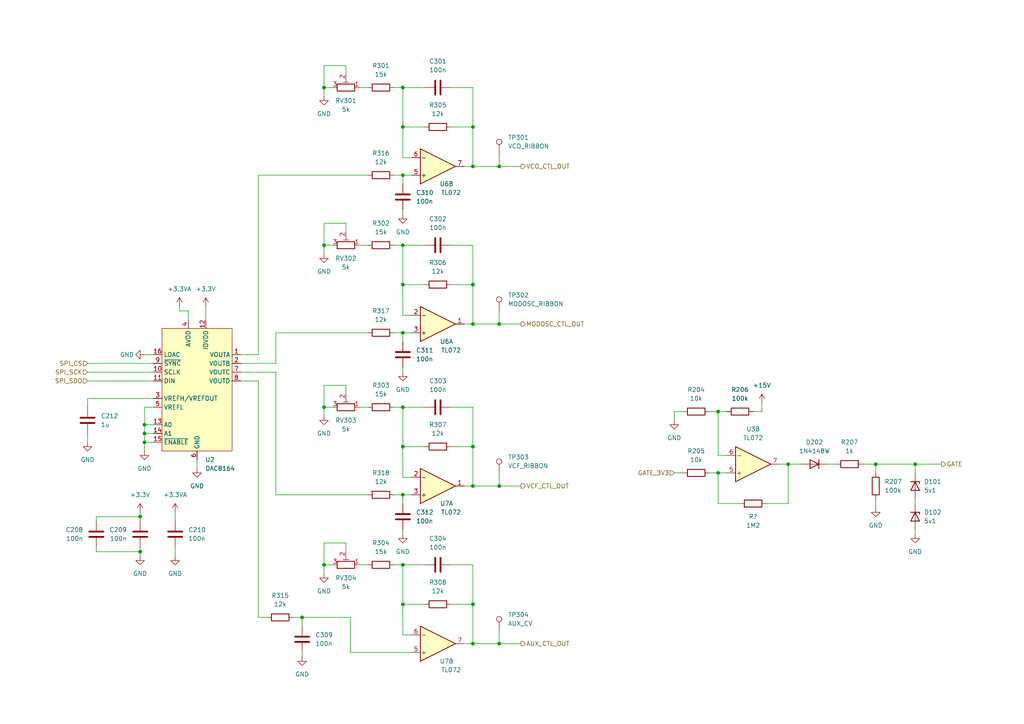
<source format=kicad_sch>
(kicad_sch (version 20230121) (generator eeschema)
  (paper "A4")
  (title_block (title "Josh Ox Ribbon Synth Ribbon board") (date "2023-03-10") (rev "1.0") (comment 1 "creativecommons.org/licences/by/4.0") (comment 2 "license: CC by 4.0") (comment 3 "Author: Jordan Aceto"))
  (lib_symbols
    (symbol "Amplifier_Operational:TL072" (pin_names (offset 0.127))
      (property "Reference" "U" (at 0 5.08 0))
      (property "Value" "TL072" (at 0 -5.08 0))
      (symbol "TL072_1_1"
        (polyline (pts (xy -5.08 5.08) (xy 5.08 0) (xy -5.08 -5.08) (xy -5.08 5.08)) (stroke (width 0.254)) (fill (type background)))
        (pin output line (at 7.62 0 180) (length 2.54) (name "~") (number "1"))
        (pin input line (at -7.62 -2.54 0) (length 2.54) (name "-") (number "2"))
        (pin input line (at -7.62 2.54 0) (length 2.54) (name "+") (number "3"))
      )
      (symbol "TL072_2_1"
        (polyline (pts (xy -5.08 5.08) (xy 5.08 0) (xy -5.08 -5.08) (xy -5.08 5.08)) (stroke (width 0.254)) (fill (type background)))
        (pin input line (at -7.62 2.54 0) (length 2.54) (name "+") (number "5"))
        (pin input line (at -7.62 -2.54 0) (length 2.54) (name "-") (number "6"))
        (pin output line (at 7.62 0 180) (length 2.54) (name "~") (number "7"))
      )
      (symbol "TL072_3_1"
        (pin power_in line (at -2.54 -7.62 90) (length 3.81) (name "V-") (number "4"))
        (pin power_in line (at -2.54 7.62 270) (length 3.81) (name "V+") (number "8"))
      )
    )
    (symbol "Connector:TestPoint" (pin_numbers hide) (pin_names (offset 0.762) hide)
      (property "Reference" "TP" (at 0 6.858 0))
      (property "Value" "TestPoint" (at 0 5.08 0))
      (symbol "TestPoint_0_1"
        (circle (center 0 3.302) (radius 0.762))
      )
      (symbol "TestPoint_1_1"
        (pin passive line (at 0 0 90) (length 2.54) (name "1") (number "1"))
      )
    )
    (symbol "Device:C" (pin_numbers hide) (pin_names (offset 0.254))
      (property "Reference" "C" (at 0.635 2.54 0))
      (property "Value" "C" (at 0.635 -2.54 0))
      (symbol "C_0_1"
        (polyline (pts (xy -2.032 -0.762) (xy 2.032 -0.762)) (stroke (width 0.508)))
        (polyline (pts (xy -2.032 0.762) (xy 2.032 0.762)) (stroke (width 0.508)))
      )
      (symbol "C_1_1"
        (pin passive line (at 0 3.81 270) (length 2.794) (name "~") (number "1"))
        (pin passive line (at 0 -3.81 90) (length 2.794) (name "~") (number "2"))
      )
    )
    (symbol "Device:D_Zener" (pin_numbers hide) (pin_names (offset 1.016) hide)
      (property "Reference" "D" (at 0 2.54 0))
      (property "Value" "D_Zener" (at 0 -2.54 0))
      (symbol "D_Zener_0_1"
        (polyline (pts (xy 1.27 0) (xy -1.27 0)))
        (polyline (pts (xy -1.27 -1.27) (xy -1.27 1.27) (xy -0.762 1.27)) (stroke (width 0.254)))
        (polyline (pts (xy 1.27 -1.27) (xy 1.27 1.27) (xy -1.27 0) (xy 1.27 -1.27)) (stroke (width 0.254)))
      )
      (symbol "D_Zener_1_1"
        (pin passive line (at -3.81 0 0) (length 2.54) (name "K") (number "1"))
        (pin passive line (at 3.81 0 180) (length 2.54) (name "A") (number "2"))
      )
    )
    (symbol "Device:R" (pin_numbers hide) (pin_names (offset 0))
      (property "Reference" "R" (at 2.032 0 90))
      (property "Value" "R" (at 0 0 90))
      (symbol "R_0_1"
        (rectangle (start -1.016 -2.54) (end 1.016 2.54) (stroke (width 0.254)))
      )
      (symbol "R_1_1"
        (pin passive line (at 0 3.81 270) (length 1.27) (name "~") (number "1"))
        (pin passive line (at 0 -3.81 90) (length 1.27) (name "~") (number "2"))
      )
    )
    (symbol "Device:R_Potentiometer_Trim" (pin_names (offset 1.016) hide)
      (property "Reference" "RV" (at -4.445 0 90))
      (property "Value" "R_Potentiometer_Trim" (at -2.54 0 90))
      (symbol "R_Potentiometer_Trim_0_1"
        (polyline (pts (xy 1.524 0.762) (xy 1.524 -0.762)))
        (polyline (pts (xy 2.54 0) (xy 1.524 0)))
        (rectangle (start 1.016 2.54) (end -1.016 -2.54) (stroke (width 0.254)))
      )
      (symbol "R_Potentiometer_Trim_1_1"
        (pin passive line (at 0 3.81 270) (length 1.27) (name "1") (number "1"))
        (pin passive line (at 3.81 0 180) (length 1.27) (name "2") (number "2"))
        (pin passive line (at 0 -3.81 90) (length 1.27) (name "3") (number "3"))
      )
    )
    (symbol "Diode:1N4148W" (pin_numbers hide) (pin_names hide)
      (property "Reference" "D" (at 0 2.54 0))
      (property "Value" "1N4148W" (at 0 -2.54 0))
      (symbol "1N4148W_0_1"
        (polyline (pts (xy -1.27 1.27) (xy -1.27 -1.27)) (stroke (width 0.254)))
        (polyline (pts (xy 1.27 0) (xy -1.27 0)))
        (polyline (pts (xy 1.27 1.27) (xy 1.27 -1.27) (xy -1.27 0) (xy 1.27 1.27)) (stroke (width 0.254)))
      )
      (symbol "1N4148W_1_1"
        (pin passive line (at -3.81 0 0) (length 2.54) (name "K") (number "1"))
        (pin passive line (at 3.81 0 180) (length 2.54) (name "A") (number "2"))
      )
    )
    (symbol "custom_symbols:DAC8164"
      (property "Reference" "U?" (at 2.0194 -17.78 0))
      (property "Value" "DAC8164" (at 2.0194 -20.32 0))
      (symbol "DAC8164_0_0"
        (pin output line (at 12.7 12.7 180) (length 2.54) (name "VOUTA") (number "1"))
        (pin input line (at -12.7 7.62 0) (length 2.54) (name "SCLK") (number "10"))
        (pin input line (at -12.7 5.08 0) (length 2.54) (name "DIN") (number "11"))
        (pin power_in line (at 2.54 22.86 270) (length 2.54) (name "IOVDD") (number "12"))
        (pin input line (at -12.7 -7.62 0) (length 2.54) (name "A0") (number "13"))
        (pin input line (at -12.7 -10.16 0) (length 2.54) (name "A1") (number "14"))
        (pin input line (at -12.7 -12.7 0) (length 2.54) (name "~{ENABLE}") (number "15"))
        (pin input line (at -12.7 12.7 0) (length 2.54) (name "LDAC") (number "16"))
        (pin output line (at 12.7 10.16 180) (length 2.54) (name "VOUTB") (number "2"))
        (pin bidirectional line (at -12.7 0 0) (length 2.54) (name "VREFH/VREFOUT") (number "3"))
        (pin power_in line (at -2.54 22.86 270) (length 2.54) (name "AVDD") (number "4"))
        (pin input line (at -12.7 -2.54 0) (length 2.54) (name "VREFL") (number "5"))
        (pin power_in line (at 0 -17.78 90) (length 2.54) (name "GND") (number "6"))
        (pin output line (at 12.7 7.62 180) (length 2.54) (name "VOUTC") (number "7"))
        (pin output line (at 12.7 5.08 180) (length 2.54) (name "VOUTD") (number "8"))
        (pin input line (at -12.7 10.16 0) (length 2.54) (name "~{SYNC}") (number "9"))
      )
      (symbol "DAC8164_0_1"
        (rectangle (start -10.16 20.32) (end 10.16 -15.24) (stroke (width 0.1524)) (fill (type background)))
      )
    )
    (symbol "power:+15V" (power) (pin_names (offset 0))
      (property "Value" "+15V" (at 0 3.556 0))
      (symbol "+15V_0_1"
        (polyline (pts (xy -0.762 1.27) (xy 0 2.54)))
        (polyline (pts (xy 0 0) (xy 0 2.54)))
        (polyline (pts (xy 0 2.54) (xy 0.762 1.27)))
      )
      (symbol "+15V_1_1"
        (pin power_in line (at 0 0 90) (length 0) hide (name "+15V") (number "1"))
      )
    )
    (symbol "power:+3.3V" (power) (pin_names (offset 0))
      (property "Value" "+3.3V" (at 0 3.556 0))
      (symbol "+3.3V_0_1"
        (polyline (pts (xy -0.762 1.27) (xy 0 2.54)))
        (polyline (pts (xy 0 0) (xy 0 2.54)))
        (polyline (pts (xy 0 2.54) (xy 0.762 1.27)))
      )
      (symbol "+3.3V_1_1"
        (pin power_in line (at 0 0 90) (length 0) hide (name "+3.3V") (number "1"))
      )
    )
    (symbol "power:+3.3VA" (power) (pin_names (offset 0))
      (property "Value" "+3.3VA" (at 0 3.556 0))
      (symbol "+3.3VA_0_1"
        (polyline (pts (xy -0.762 1.27) (xy 0 2.54)))
        (polyline (pts (xy 0 0) (xy 0 2.54)))
        (polyline (pts (xy 0 2.54) (xy 0.762 1.27)))
      )
      (symbol "+3.3VA_1_1"
        (pin power_in line (at 0 0 90) (length 0) hide (name "+3.3VA") (number "1"))
      )
    )
    (symbol "power:GND" (power) (pin_names (offset 0))
      (property "Value" "GND" (at 0 -3.81 0))
      (symbol "GND_0_1"
        (polyline (pts (xy 0 0) (xy 0 -1.27) (xy 1.27 -1.27) (xy 0 -2.54) (xy -1.27 -1.27) (xy 0 -1.27)))
      )
      (symbol "GND_1_1"
        (pin power_in line (at 0 0 270) (length 0) hide (name "GND") (number "1"))
      )
    )
  )
  (junction (at 41.91 125.73))
  (junction (at 208.28 119.38))
  (junction (at 137.16 93.98))
  (junction (at 41.91 123.19))
  (junction (at 93.98 118.11))
  (junction (at 137.16 36.83))
  (junction (at 254 134.62))
  (junction (at 116.84 96.52))
  (junction (at 137.16 82.55))
  (junction (at 93.98 71.12))
  (junction (at 41.91 128.27))
  (junction (at 228.6 134.62))
  (junction (at 116.84 143.51))
  (junction (at 116.84 36.83))
  (junction (at 116.84 163.83))
  (junction (at 208.28 137.16))
  (junction (at 116.84 118.11))
  (junction (at 116.84 25.4))
  (junction (at 116.84 50.8))
  (junction (at 116.84 71.12))
  (junction (at 116.84 82.55))
  (junction (at 144.78 186.69))
  (junction (at 116.84 129.54))
  (junction (at 87.63 179.07))
  (junction (at 116.84 175.26))
  (junction (at 93.98 25.4))
  (junction (at 40.64 160.02))
  (junction (at 265.43 134.62))
  (junction (at 137.16 129.54))
  (junction (at 137.16 186.69))
  (junction (at 93.98 163.83))
  (junction (at 40.64 149.86))
  (junction (at 137.16 48.26))
  (junction (at 144.78 48.26))
  (junction (at 144.78 93.98))
  (junction (at 137.16 175.26))
  (junction (at 144.78 140.97))
  (junction (at 137.16 140.97))
  (wire (pts (xy 52.07 88.9) (xy 52.07 90.17)))
  (wire (pts (xy 144.78 186.69) (xy 151.13 186.69)))
  (wire (pts (xy 144.78 93.98) (xy 151.13 93.98)))
  (wire (pts (xy 100.33 111.76) (xy 93.98 111.76)))
  (wire (pts (xy 137.16 140.97) (xy 144.78 140.97)))
  (wire (pts (xy 27.94 160.02) (xy 40.64 160.02)))
  (wire (pts (xy 205.74 119.38) (xy 208.28 119.38)))
  (wire (pts (xy 130.81 118.11) (xy 137.16 118.11)))
  (wire (pts (xy 137.16 48.26) (xy 144.78 48.26)))
  (wire (pts (xy 116.84 138.43) (xy 116.84 129.54)))
  (wire (pts (xy 116.84 129.54) (xy 123.19 129.54)))
  (wire (pts (xy 74.93 179.07) (xy 77.47 179.07)))
  (wire (pts (xy 137.16 186.69) (xy 144.78 186.69)))
  (wire (pts (xy 100.33 157.48) (xy 93.98 157.48)))
  (wire (pts (xy 69.85 105.41) (xy 80.01 105.41)))
  (wire (pts (xy 137.16 129.54) (xy 137.16 140.97)))
  (wire (pts (xy 208.28 146.05) (xy 208.28 137.16)))
  (wire (pts (xy 123.19 71.12) (xy 116.84 71.12)))
  (wire (pts (xy 52.07 90.17) (xy 54.61 90.17)))
  (wire (pts (xy 100.33 64.77) (xy 93.98 64.77)))
  (wire (pts (xy 100.33 160.02) (xy 100.33 157.48)))
  (wire (pts (xy 116.84 163.83) (xy 116.84 175.26)))
  (wire (pts (xy 85.09 179.07) (xy 87.63 179.07)))
  (wire (pts (xy 116.84 96.52) (xy 116.84 99.06)))
  (wire (pts (xy 137.16 140.97) (xy 134.62 140.97)))
  (wire (pts (xy 100.33 67.31) (xy 100.33 64.77)))
  (wire (pts (xy 137.16 93.98) (xy 134.62 93.98)))
  (wire (pts (xy 116.84 45.72) (xy 116.84 36.83)))
  (wire (pts (xy 25.4 110.49) (xy 44.45 110.49)))
  (wire (pts (xy 144.78 44.45) (xy 144.78 48.26)))
  (wire (pts (xy 119.38 138.43) (xy 116.84 138.43)))
  (wire (pts (xy 116.84 82.55) (xy 123.19 82.55)))
  (wire (pts (xy 116.84 143.51) (xy 116.84 146.05)))
  (wire (pts (xy 93.98 25.4) (xy 93.98 27.94)))
  (wire (pts (xy 114.3 50.8) (xy 116.84 50.8)))
  (wire (pts (xy 80.01 107.95) (xy 80.01 143.51)))
  (wire (pts (xy 119.38 184.15) (xy 116.84 184.15)))
  (wire (pts (xy 208.28 137.16) (xy 210.82 137.16)))
  (wire (pts (xy 144.78 140.97) (xy 151.13 140.97)))
  (wire (pts (xy 195.58 121.92) (xy 195.58 119.38)))
  (wire (pts (xy 101.6 189.23) (xy 119.38 189.23)))
  (wire (pts (xy 74.93 50.8) (xy 106.68 50.8)))
  (wire (pts (xy 208.28 119.38) (xy 208.28 132.08)))
  (wire (pts (xy 44.45 115.57) (xy 25.4 115.57)))
  (wire (pts (xy 116.84 50.8) (xy 116.84 53.34)))
  (wire (pts (xy 265.43 146.05) (xy 265.43 144.78)))
  (wire (pts (xy 265.43 137.16) (xy 265.43 134.62)))
  (wire (pts (xy 41.91 125.73) (xy 44.45 125.73)))
  (wire (pts (xy 40.64 158.75) (xy 40.64 160.02)))
  (wire (pts (xy 214.63 146.05) (xy 208.28 146.05)))
  (wire (pts (xy 195.58 137.16) (xy 198.12 137.16)))
  (wire (pts (xy 137.16 48.26) (xy 134.62 48.26)))
  (wire (pts (xy 208.28 132.08) (xy 210.82 132.08)))
  (wire (pts (xy 100.33 114.3) (xy 100.33 111.76)))
  (wire (pts (xy 220.98 119.38) (xy 218.44 119.38)))
  (wire (pts (xy 50.8 148.59) (xy 50.8 151.13)))
  (wire (pts (xy 130.81 25.4) (xy 137.16 25.4)))
  (wire (pts (xy 240.03 134.62) (xy 242.57 134.62)))
  (wire (pts (xy 41.91 125.73) (xy 41.91 123.19)))
  (wire (pts (xy 40.64 148.59) (xy 40.64 149.86)))
  (wire (pts (xy 116.84 25.4) (xy 116.84 36.83)))
  (wire (pts (xy 116.84 153.67) (xy 116.84 154.94)))
  (wire (pts (xy 116.84 50.8) (xy 119.38 50.8)))
  (wire (pts (xy 116.84 118.11) (xy 116.84 129.54)))
  (wire (pts (xy 254 134.62) (xy 254 137.16)))
  (wire (pts (xy 130.81 163.83) (xy 137.16 163.83)))
  (wire (pts (xy 104.14 25.4) (xy 106.68 25.4)))
  (wire (pts (xy 137.16 186.69) (xy 134.62 186.69)))
  (wire (pts (xy 27.94 158.75) (xy 27.94 160.02)))
  (wire (pts (xy 93.98 71.12) (xy 96.52 71.12)))
  (wire (pts (xy 130.81 71.12) (xy 137.16 71.12)))
  (wire (pts (xy 226.06 134.62) (xy 228.6 134.62)))
  (wire (pts (xy 130.81 82.55) (xy 137.16 82.55)))
  (wire (pts (xy 25.4 107.95) (xy 44.45 107.95)))
  (wire (pts (xy 69.85 107.95) (xy 80.01 107.95)))
  (wire (pts (xy 69.85 110.49) (xy 74.93 110.49)))
  (wire (pts (xy 114.3 118.11) (xy 116.84 118.11)))
  (wire (pts (xy 93.98 25.4) (xy 96.52 25.4)))
  (wire (pts (xy 25.4 125.73) (xy 25.4 128.27)))
  (wire (pts (xy 137.16 36.83) (xy 137.16 48.26)))
  (wire (pts (xy 119.38 91.44) (xy 116.84 91.44)))
  (wire (pts (xy 100.33 21.59) (xy 100.33 19.05)))
  (wire (pts (xy 250.19 134.62) (xy 254 134.62)))
  (wire (pts (xy 80.01 105.41) (xy 80.01 96.52)))
  (wire (pts (xy 123.19 118.11) (xy 116.84 118.11)))
  (wire (pts (xy 93.98 163.83) (xy 96.52 163.83)))
  (wire (pts (xy 93.98 71.12) (xy 93.98 73.66)))
  (wire (pts (xy 25.4 105.41) (xy 44.45 105.41)))
  (wire (pts (xy 25.4 115.57) (xy 25.4 118.11)))
  (wire (pts (xy 144.78 137.16) (xy 144.78 140.97)))
  (wire (pts (xy 116.84 91.44) (xy 116.84 82.55)))
  (wire (pts (xy 119.38 45.72) (xy 116.84 45.72)))
  (wire (pts (xy 265.43 154.94) (xy 265.43 153.67)))
  (wire (pts (xy 93.98 118.11) (xy 96.52 118.11)))
  (wire (pts (xy 137.16 82.55) (xy 137.16 93.98)))
  (wire (pts (xy 41.91 123.19) (xy 44.45 123.19)))
  (wire (pts (xy 144.78 48.26) (xy 151.13 48.26)))
  (wire (pts (xy 93.98 111.76) (xy 93.98 118.11)))
  (wire (pts (xy 130.81 175.26) (xy 137.16 175.26)))
  (wire (pts (xy 123.19 163.83) (xy 116.84 163.83)))
  (wire (pts (xy 27.94 151.13) (xy 27.94 149.86)))
  (wire (pts (xy 228.6 146.05) (xy 228.6 134.62)))
  (wire (pts (xy 74.93 102.87) (xy 74.93 50.8)))
  (wire (pts (xy 228.6 134.62) (xy 232.41 134.62)))
  (wire (pts (xy 205.74 137.16) (xy 208.28 137.16)))
  (wire (pts (xy 137.16 25.4) (xy 137.16 36.83)))
  (wire (pts (xy 100.33 19.05) (xy 93.98 19.05)))
  (wire (pts (xy 69.85 102.87) (xy 74.93 102.87)))
  (wire (pts (xy 40.64 151.13) (xy 40.64 149.86)))
  (wire (pts (xy 137.16 93.98) (xy 144.78 93.98)))
  (wire (pts (xy 144.78 182.88) (xy 144.78 186.69)))
  (wire (pts (xy 40.64 160.02) (xy 40.64 161.29)))
  (wire (pts (xy 41.91 128.27) (xy 41.91 130.81)))
  (wire (pts (xy 27.94 149.86) (xy 40.64 149.86)))
  (wire (pts (xy 116.84 106.68) (xy 116.84 107.95)))
  (wire (pts (xy 57.15 133.35) (xy 57.15 135.89)))
  (wire (pts (xy 41.91 118.11) (xy 41.91 123.19)))
  (wire (pts (xy 80.01 96.52) (xy 106.68 96.52)))
  (wire (pts (xy 114.3 71.12) (xy 116.84 71.12)))
  (wire (pts (xy 130.81 36.83) (xy 137.16 36.83)))
  (wire (pts (xy 114.3 143.51) (xy 116.84 143.51)))
  (wire (pts (xy 87.63 179.07) (xy 101.6 179.07)))
  (wire (pts (xy 116.84 96.52) (xy 119.38 96.52)))
  (wire (pts (xy 93.98 64.77) (xy 93.98 71.12)))
  (wire (pts (xy 80.01 143.51) (xy 106.68 143.51)))
  (wire (pts (xy 114.3 25.4) (xy 116.84 25.4)))
  (wire (pts (xy 50.8 158.75) (xy 50.8 161.29)))
  (wire (pts (xy 87.63 179.07) (xy 87.63 181.61)))
  (wire (pts (xy 123.19 25.4) (xy 116.84 25.4)))
  (wire (pts (xy 104.14 163.83) (xy 106.68 163.83)))
  (wire (pts (xy 116.84 36.83) (xy 123.19 36.83)))
  (wire (pts (xy 41.91 128.27) (xy 41.91 125.73)))
  (wire (pts (xy 114.3 96.52) (xy 116.84 96.52)))
  (wire (pts (xy 104.14 118.11) (xy 106.68 118.11)))
  (wire (pts (xy 93.98 163.83) (xy 93.98 166.37)))
  (wire (pts (xy 137.16 163.83) (xy 137.16 175.26)))
  (wire (pts (xy 137.16 71.12) (xy 137.16 82.55)))
  (wire (pts (xy 44.45 128.27) (xy 41.91 128.27)))
  (wire (pts (xy 93.98 118.11) (xy 93.98 120.65)))
  (wire (pts (xy 254 134.62) (xy 265.43 134.62)))
  (wire (pts (xy 116.84 184.15) (xy 116.84 175.26)))
  (wire (pts (xy 114.3 163.83) (xy 116.84 163.83)))
  (wire (pts (xy 93.98 157.48) (xy 93.98 163.83)))
  (wire (pts (xy 195.58 119.38) (xy 198.12 119.38)))
  (wire (pts (xy 220.98 116.84) (xy 220.98 119.38)))
  (wire (pts (xy 130.81 129.54) (xy 137.16 129.54)))
  (wire (pts (xy 208.28 119.38) (xy 210.82 119.38)))
  (wire (pts (xy 144.78 90.17) (xy 144.78 93.98)))
  (wire (pts (xy 74.93 110.49) (xy 74.93 179.07)))
  (wire (pts (xy 137.16 175.26) (xy 137.16 186.69)))
  (wire (pts (xy 137.16 118.11) (xy 137.16 129.54)))
  (wire (pts (xy 116.84 175.26) (xy 123.19 175.26)))
  (wire (pts (xy 101.6 179.07) (xy 101.6 189.23)))
  (wire (pts (xy 87.63 189.23) (xy 87.63 190.5)))
  (wire (pts (xy 116.84 71.12) (xy 116.84 82.55)))
  (wire (pts (xy 104.14 71.12) (xy 106.68 71.12)))
  (wire (pts (xy 116.84 60.96) (xy 116.84 62.23)))
  (wire (pts (xy 265.43 134.62) (xy 273.05 134.62)))
  (wire (pts (xy 44.45 118.11) (xy 41.91 118.11)))
  (wire (pts (xy 222.25 146.05) (xy 228.6 146.05)))
  (wire (pts (xy 54.61 90.17) (xy 54.61 92.71)))
  (wire (pts (xy 59.69 88.9) (xy 59.69 92.71)))
  (wire (pts (xy 116.84 143.51) (xy 119.38 143.51)))
  (wire (pts (xy 93.98 19.05) (xy 93.98 25.4)))
  (wire (pts (xy 254 147.32) (xy 254 144.78)))
  (wire (pts (xy 44.45 102.87) (xy 41.91 102.87)))
  (hierarchical_label "VCO_CTL_OUT" (shape output) (at 151.13 48.26 0))
  (hierarchical_label "GATE" (shape output) (at 273.05 134.62 0))
  (hierarchical_label "SPI_CS" (shape input) (at 25.4 105.41 180))
  (hierarchical_label "AUX_CTL_OUT" (shape output) (at 151.13 186.69 0))
  (hierarchical_label "GATE_3V3" (shape input) (at 195.58 137.16 180))
  (hierarchical_label "MODOSC_CTL_OUT" (shape output) (at 151.13 93.98 0))
  (hierarchical_label "SPI_SDO" (shape input) (at 25.4 110.49 180))
  (hierarchical_label "VCF_CTL_OUT" (shape output) (at 151.13 140.97 0))
  (hierarchical_label "SPI_SCK" (shape input) (at 25.4 107.95 180))
  (symbol (lib_id "Diode:1N4148W") (at 236.22 134.62 180) (unit 1)
    (property "Reference" "D202" (at 236.22 128.27 0))
    (property "Value" "1N4148W" (at 236.22 130.81 0))
    (property "Footprint" "Diode_SMD:D_SOD-123" (effects hide))
    (property "Datasheet" "https://www.vishay.com/docs/85748/1n4148w.pdf" (effects hide))
    (instances (project "ribbon_board" (path "" (reference "D202") (unit 1)) (path "" (reference "D301") (unit 1))))
  )
  (symbol (lib_id "power:GND") (at 116.84 62.23 0) (unit 1)
    (property "Reference" "#PWR0305" (effects hide))
    (property "Value" "GND" (at 116.84 67.31 0))
  )
  (symbol (lib_id "power:GND") (at 93.98 120.65 0) (unit 1)
    (property "Reference" "#PWR0303" (effects hide))
    (property "Value" "GND" (at 93.98 125.73 0))
  )
  (symbol (lib_id "Device:R") (at 127 36.83 90) (unit 1)
    (property "Reference" "R305" (at 127 30.48 90))
    (property "Value" "12k" (at 127 33.02 90))
    (property "Footprint" "Resistor_SMD:R_0805_2012Metric" (effects hide))
  )
  (symbol (lib_id "power:+15V") (at 220.98 116.84 0) (unit 1)
    (property "Reference" "#PWR0231" (effects hide))
    (property "Value" "+15V" (at 220.98 111.76 0))
    (instances (project "ribbon_board" (path "" (reference "#PWR0231") (unit 1)) (path "" (reference "#PWR017") (unit 1))))
  )
  (symbol (lib_id "Connector:TestPoint") (at 144.78 90.17 0) (unit 1) (in_bom no)
    (property "Reference" "TP302" (at 147.32 85.5979 0) (effects (justify left)))
    (property "Value" "MODOSC_RIBBON" (at 147.32 88.1379 0) (effects (justify left)))
    (property "Footprint" "TestPoint:TestPoint_Keystone_5000-5004_Miniature" (effects hide))
  )
  (symbol (lib_id "Device:C") (at 127 25.4 90) (unit 1)
    (property "Reference" "C301" (at 127 17.78 90))
    (property "Value" "100n" (at 127 20.32 90))
    (property "Footprint" "Capacitor_SMD:C_0603_1608Metric" (effects hide))
  )
  (symbol (lib_id "Device:C") (at 127 163.83 90) (unit 1)
    (property "Reference" "C304" (at 127 156.21 90))
    (property "Value" "100n" (at 127 158.75 90))
    (property "Footprint" "Capacitor_SMD:C_0603_1608Metric" (effects hide))
  )
  (symbol (lib_id "Amplifier_Operational:TL072") (at 127 48.26 0) (mirror x) (unit 2)
    (property "Reference" "U6" (at 129.54 53.34 0))
    (property "Value" "TL072" (at 130.81 55.88 0))
    (property "Footprint" "Package_SO:SOIC-8_3.9x4.9mm_P1.27mm" (effects hide))
    (property "Datasheet" "http://www.ti.com/lit/ds/symlink/tl071.pdf" (effects hide))
  )
  (symbol (lib_id "power:GND") (at 40.64 161.29 0) (mirror y) (unit 1)
    (property "Reference" "#PWR0221" (effects hide))
    (property "Value" "GND" (at 40.64 166.37 0))
    (instances (project "ribbon_board" (path "" (reference "#PWR0221") (unit 1)) (path "" (reference "#PWR025") (unit 1))))
  )
  (symbol (lib_id "custom_symbols:DAC8164") (at 57.15 115.57 0) (unit 1)
    (property "Reference" "U2" (at 59.5235 133.35 0) (effects (justify left)))
    (property "Value" "DAC8164" (at 59.5235 135.89 0) (effects (justify left)))
    (property "Footprint" "Package_SO:TSSOP-16_4.4x5mm_P0.65mm" (effects hide))
    (property "Datasheet" "https://www.ti.com/lit/ds/symlink/dac8164.pdf" (effects hide))
    (instances (project "ribbon_board" (path "" (reference "U2") (unit 1)) (path "" (reference "U5") (unit 1))))
  )
  (symbol (lib_id "power:+3.3V") (at 40.64 148.59 0) (unit 1)
    (property "Reference" "#PWR0222" (effects hide))
    (property "Value" "+3.3V" (at 40.64 143.51 0))
    (instances (project "ribbon_board" (path "" (reference "#PWR0222") (unit 1)) (path "" (reference "#PWR020") (unit 1))))
  )
  (symbol (lib_id "power:GND") (at 93.98 27.94 0) (unit 1)
    (property "Reference" "#PWR0301" (effects hide))
    (property "Value" "GND" (at 93.98 33.02 0))
  )
  (symbol (lib_id "power:GND") (at 116.84 107.95 0) (unit 1)
    (property "Reference" "#PWR0306" (effects hide))
    (property "Value" "GND" (at 116.84 113.03 0))
  )
  (symbol (lib_id "power:GND") (at 254 147.32 0) (mirror y) (unit 1)
    (property "Reference" "#PWR0236" (effects hide))
    (property "Value" "GND" (at 254 152.4 0))
    (instances (project "ribbon_board" (path "" (reference "#PWR0236") (unit 1)) (path "" (reference "#PWR021") (unit 1))))
  )
  (symbol (lib_id "Device:R_Potentiometer_Trim") (at 100.33 25.4 270) (mirror x) (unit 1)
    (property "Reference" "RV301" (at 100.33 29.21 90))
    (property "Value" "5k" (at 100.33 31.75 90))
    (property "Footprint" "Potentiometer_THT:Potentiometer_Bourns_3296W_Vertical" (effects hide))
  )
  (symbol (lib_id "Device:R") (at 110.49 163.83 90) (unit 1)
    (property "Reference" "R304" (at 110.49 157.48 90))
    (property "Value" "15k" (at 110.49 160.02 90))
    (property "Footprint" "Resistor_SMD:R_0805_2012Metric" (effects hide))
  )
  (symbol (lib_id "power:GND") (at 41.91 130.81 0) (unit 1)
    (property "Reference" "#PWR0233" (effects hide))
    (property "Value" "GND" (at 41.91 135.89 0))
    (instances (project "ribbon_board" (path "" (reference "#PWR0233") (unit 1)) (path "" (reference "#PWR019") (unit 1))))
  )
  (symbol (lib_id "Device:R_Potentiometer_Trim") (at 100.33 163.83 270) (mirror x) (unit 1)
    (property "Reference" "RV304" (at 100.33 167.64 90))
    (property "Value" "5k" (at 100.33 170.18 90))
    (property "Footprint" "Potentiometer_THT:Potentiometer_Bourns_3296W_Vertical" (effects hide))
  )
  (symbol (lib_id "power:GND") (at 41.91 102.87 270) (unit 1)
    (property "Reference" "#PWR0232" (effects hide))
    (property "Value" "GND" (at 36.83 102.87 90))
    (instances (project "ribbon_board" (path "" (reference "#PWR0232") (unit 1)) (path "" (reference "#PWR018") (unit 1))))
  )
  (symbol (lib_id "Device:R") (at 201.93 137.16 90) (mirror x) (unit 1)
    (property "Reference" "R205" (at 201.93 130.81 90))
    (property "Value" "10k" (at 201.93 133.35 90))
    (property "Footprint" "Resistor_SMD:R_0805_2012Metric" (effects hide))
    (instances (project "ribbon_board" (path "" (reference "R205") (unit 1)) (path "" (reference "R310") (unit 1))))
  )
  (symbol (lib_id "Device:R") (at 127 175.26 90) (unit 1)
    (property "Reference" "R308" (at 127 168.91 90))
    (property "Value" "12k" (at 127 171.45 90))
    (property "Footprint" "Resistor_SMD:R_0805_2012Metric" (effects hide))
  )
  (symbol (lib_id "Device:C") (at 27.94 154.94 0) (mirror y) (unit 1)
    (property "Reference" "C208" (at 24.13 153.6699 0) (effects (justify left)))
    (property "Value" "100n" (at 24.13 156.2099 0) (effects (justify left)))
    (property "Footprint" "Capacitor_SMD:C_0603_1608Metric" (effects hide))
    (instances (project "ribbon_board" (path "" (reference "C208") (unit 1)) (path "" (reference "C306") (unit 1))))
  )
  (symbol (lib_id "Device:D_Zener") (at 265.43 140.97 270) (unit 1)
    (property "Reference" "D101" (at 267.97 139.7 90) (effects (justify left)))
    (property "Value" "5v1" (at 267.97 142.24 90) (effects (justify left)))
    (property "Footprint" "Diode_SMD:D_SOD-123" (effects hide))
    (instances (project "ribbon_board" (path "" (reference "D101") (unit 1)) (path "" (reference "D302") (unit 1))))
  )
  (symbol (lib_id "power:GND") (at 93.98 73.66 0) (unit 1)
    (property "Reference" "#PWR0302" (effects hide))
    (property "Value" "GND" (at 93.98 78.74 0))
  )
  (symbol (lib_id "Device:C") (at 87.63 185.42 180) (unit 1)
    (property "Reference" "C309" (at 91.44 184.15 0) (effects (justify right)))
    (property "Value" "100n" (at 91.44 186.69 0) (effects (justify right)))
    (property "Footprint" "Capacitor_SMD:C_0603_1608Metric" (effects hide))
  )
  (symbol (lib_id "Device:R") (at 110.49 96.52 90) (unit 1)
    (property "Reference" "R317" (at 110.49 90.17 90))
    (property "Value" "12k" (at 110.49 92.71 90))
    (property "Footprint" "Resistor_SMD:R_0805_2012Metric" (effects hide))
  )
  (symbol (lib_id "power:GND") (at 25.4 128.27 0) (unit 1)
    (property "Reference" "#PWR0230" (effects hide))
    (property "Value" "GND" (at 25.4 133.35 0))
    (instances (project "ribbon_board" (path "" (reference "#PWR0230") (unit 1)) (path "" (reference "#PWR016") (unit 1))))
  )
  (symbol (lib_id "Device:R") (at 254 140.97 0) (unit 1)
    (property "Reference" "R207" (at 256.54 139.6999 0) (effects (justify left)))
    (property "Value" "100k" (at 256.54 142.2399 0) (effects (justify left)))
    (property "Footprint" "Resistor_SMD:R_0805_2012Metric" (effects hide))
    (instances (project "ribbon_board" (path "" (reference "R207") (unit 1)) (path "" (reference "R314") (unit 1))))
  )
  (symbol (lib_id "Device:C") (at 116.84 102.87 180) (unit 1)
    (property "Reference" "C311" (at 120.65 101.6 0) (effects (justify right)))
    (property "Value" "100n" (at 120.65 104.14 0) (effects (justify right)))
    (property "Footprint" "Capacitor_SMD:C_0603_1608Metric" (effects hide))
  )
  (symbol (lib_id "Device:C") (at 116.84 149.86 180) (unit 1)
    (property "Reference" "C312" (at 120.65 148.59 0) (effects (justify right)))
    (property "Value" "100n" (at 120.65 151.13 0) (effects (justify right)))
    (property "Footprint" "Capacitor_SMD:C_0603_1608Metric" (effects hide))
  )
  (symbol (lib_id "Device:R") (at 201.93 119.38 90) (mirror x) (unit 1)
    (property "Reference" "R204" (at 201.93 113.03 90))
    (property "Value" "10k" (at 201.93 115.57 90))
    (property "Footprint" "Resistor_SMD:R_0805_2012Metric" (effects hide))
    (instances (project "ribbon_board" (path "" (reference "R204") (unit 1)) (path "" (reference "R309") (unit 1))))
  )
  (symbol (lib_id "Device:C") (at 116.84 57.15 180) (unit 1)
    (property "Reference" "C310" (at 120.65 55.88 0) (effects (justify right)))
    (property "Value" "100n" (at 120.65 58.42 0) (effects (justify right)))
    (property "Footprint" "Capacitor_SMD:C_0603_1608Metric" (effects hide))
  )
  (symbol (lib_id "Device:R") (at 127 82.55 90) (unit 1)
    (property "Reference" "R306" (at 127 76.2 90))
    (property "Value" "12k" (at 127 78.74 90))
    (property "Footprint" "Resistor_SMD:R_0805_2012Metric" (effects hide))
  )
  (symbol (lib_id "power:GND") (at 57.15 135.89 0) (unit 1)
    (property "Reference" "#PWR0237" (effects hide))
    (property "Value" "GND" (at 57.15 140.97 0))
    (instances (project "ribbon_board" (path "" (reference "#PWR0237") (unit 1)) (path "" (reference "#PWR023") (unit 1))))
  )
  (symbol (lib_id "Device:R") (at 110.49 71.12 90) (unit 1)
    (property "Reference" "R302" (at 110.49 64.77 90))
    (property "Value" "15k" (at 110.49 67.31 90))
    (property "Footprint" "Resistor_SMD:R_0805_2012Metric" (effects hide))
  )
  (symbol (lib_id "Device:C") (at 40.64 154.94 0) (mirror y) (unit 1)
    (property "Reference" "C209" (at 36.83 153.6699 0) (effects (justify left)))
    (property "Value" "100n" (at 36.83 156.2099 0) (effects (justify left)))
    (property "Footprint" "Capacitor_SMD:C_0603_1608Metric" (effects hide))
    (instances (project "ribbon_board" (path "" (reference "C209") (unit 1)) (path "" (reference "C307") (unit 1))))
  )
  (symbol (lib_id "Device:R_Potentiometer_Trim") (at 100.33 71.12 270) (mirror x) (unit 1)
    (property "Reference" "RV302" (at 100.33 74.93 90))
    (property "Value" "5k" (at 100.33 77.47 90))
    (property "Footprint" "Potentiometer_THT:Potentiometer_Bourns_3296W_Vertical" (effects hide))
  )
  (symbol (lib_id "power:GND") (at 116.84 154.94 0) (unit 1)
    (property "Reference" "#PWR0307" (effects hide))
    (property "Value" "GND" (at 116.84 160.02 0))
  )
  (symbol (lib_id "Device:R") (at 110.49 143.51 90) (unit 1)
    (property "Reference" "R318" (at 110.49 137.16 90))
    (property "Value" "12k" (at 110.49 139.7 90))
    (property "Footprint" "Resistor_SMD:R_0805_2012Metric" (effects hide))
  )
  (symbol (lib_id "power:GND") (at 87.63 190.5 0) (unit 1)
    (property "Reference" "#PWR0308" (effects hide))
    (property "Value" "GND" (at 87.63 195.58 0))
  )
  (symbol (lib_id "Connector:TestPoint") (at 144.78 182.88 0) (unit 1) (in_bom no)
    (property "Reference" "TP304" (at 147.32 178.308 0) (effects (justify left)))
    (property "Value" "AUX_CV" (at 147.32 180.848 0) (effects (justify left)))
    (property "Footprint" "TestPoint:TestPoint_Keystone_5000-5004_Miniature" (effects hide))
  )
  (symbol (lib_id "Device:R") (at 110.49 25.4 90) (unit 1)
    (property "Reference" "R301" (at 110.49 19.05 90))
    (property "Value" "15k" (at 110.49 21.59 90))
    (property "Footprint" "Resistor_SMD:R_0805_2012Metric" (effects hide))
  )
  (symbol (lib_id "Amplifier_Operational:TL072") (at 127 140.97 0) (mirror x) (unit 1)
    (property "Reference" "U7" (at 129.54 146.05 0))
    (property "Value" "TL072" (at 130.81 148.59 0))
    (property "Footprint" "Package_SO:SOIC-8_3.9x4.9mm_P1.27mm" (effects hide))
    (property "Datasheet" "http://www.ti.com/lit/ds/symlink/tl071.pdf" (effects hide))
  )
  (symbol (lib_id "Device:R_Potentiometer_Trim") (at 100.33 118.11 270) (mirror x) (unit 1)
    (property "Reference" "RV303" (at 100.33 121.92 90))
    (property "Value" "5k" (at 100.33 124.46 90))
    (property "Footprint" "Potentiometer_THT:Potentiometer_Bourns_3296W_Vertical" (effects hide))
  )
  (symbol (lib_id "Device:R") (at 246.38 134.62 90) (unit 1)
    (property "Reference" "R207" (at 246.38 128.27 90))
    (property "Value" "1k" (at 246.38 130.81 90))
    (property "Footprint" "Resistor_SMD:R_0805_2012Metric" (effects hide))
    (instances (project "ribbon_board" (path "" (reference "R207") (unit 1)) (path "" (reference "R313") (unit 1))))
  )
  (symbol (lib_id "Amplifier_Operational:TL072") (at 127 186.69 0) (mirror x) (unit 2)
    (property "Reference" "U7" (at 129.54 191.77 0))
    (property "Value" "TL072" (at 130.81 194.31 0))
    (property "Footprint" "Package_SO:SOIC-8_3.9x4.9mm_P1.27mm" (effects hide))
    (property "Datasheet" "http://www.ti.com/lit/ds/symlink/tl071.pdf" (effects hide))
  )
  (symbol (lib_id "Device:R") (at 110.49 50.8 90) (unit 1)
    (property "Reference" "R316" (at 110.49 44.45 90))
    (property "Value" "12k" (at 110.49 46.99 90))
    (property "Footprint" "Resistor_SMD:R_0805_2012Metric" (effects hide))
  )
  (symbol (lib_id "Device:C") (at 25.4 121.92 0) (unit 1)
    (property "Reference" "C212" (at 29.21 120.6499 0) (effects (justify left)))
    (property "Value" "1u" (at 29.21 123.1899 0) (effects (justify left)))
    (property "Footprint" "Capacitor_SMD:C_0805_2012Metric" (effects hide))
    (instances (project "ribbon_board" (path "" (reference "C212") (unit 1)) (path "" (reference "C305") (unit 1))))
  )
  (symbol (lib_id "Device:R") (at 110.49 118.11 90) (unit 1)
    (property "Reference" "R303" (at 110.49 111.76 90))
    (property "Value" "15k" (at 110.49 114.3 90))
    (property "Footprint" "Resistor_SMD:R_0805_2012Metric" (effects hide))
  )
  (symbol (lib_id "power:+3.3VA") (at 50.8 148.59 0) (unit 1)
    (property "Reference" "#PWR0224" (effects hide))
    (property "Value" "+3.3VA" (at 50.8 143.51 0))
    (instances (project "ribbon_board" (path "" (reference "#PWR0224") (unit 1)) (path "" (reference "#PWR028") (unit 1))))
  )
  (symbol (lib_id "power:GND") (at 195.58 121.92 0) (mirror y) (unit 1)
    (property "Reference" "#PWR0229" (effects hide))
    (property "Value" "GND" (at 195.58 127 0))
    (instances (project "ribbon_board" (path "" (reference "#PWR0229") (unit 1)) (path "" (reference "#PWR015") (unit 1))))
  )
  (symbol (lib_id "power:+3.3V") (at 59.69 88.9 0) (unit 1)
    (property "Reference" "#PWR0238" (effects hide))
    (property "Value" "+3.3V" (at 59.69 83.82 0))
    (instances (project "ribbon_board" (path "" (reference "#PWR0238") (unit 1)) (path "" (reference "#PWR024") (unit 1))))
  )
  (symbol (lib_id "Device:R") (at 127 129.54 90) (unit 1)
    (property "Reference" "R307" (at 127 123.19 90))
    (property "Value" "12k" (at 127 125.73 90))
    (property "Footprint" "Resistor_SMD:R_0805_2012Metric" (effects hide))
  )
  (symbol (lib_id "Device:D_Zener") (at 265.43 149.86 270) (unit 1)
    (property "Reference" "D102" (at 267.97 148.59 90) (effects (justify left)))
    (property "Value" "5v1" (at 267.97 151.13 90) (effects (justify left)))
    (property "Footprint" "Diode_SMD:D_SOD-123" (effects hide))
    (instances (project "ribbon_board" (path "" (reference "D102") (unit 1)) (path "" (reference "D303") (unit 1))))
  )
  (symbol (lib_id "power:GND") (at 265.43 154.94 0) (mirror y) (unit 1)
    (property "Reference" "#PWR0236" (effects hide))
    (property "Value" "GND" (at 265.43 160.02 0))
    (instances (project "ribbon_board" (path "" (reference "#PWR0236") (unit 1)) (path "" (reference "#PWR030") (unit 1))))
  )
  (symbol (lib_id "Connector:TestPoint") (at 144.78 44.45 0) (unit 1) (in_bom no)
    (property "Reference" "TP301" (at 147.32 39.8779 0) (effects (justify left)))
    (property "Value" "VCO_RIBBON" (at 147.32 42.4179 0) (effects (justify left)))
    (property "Footprint" "TestPoint:TestPoint_Keystone_5000-5004_Miniature" (effects hide))
  )
  (symbol (lib_id "power:GND") (at 93.98 166.37 0) (unit 1)
    (property "Reference" "#PWR0304" (effects hide))
    (property "Value" "GND" (at 93.98 171.45 0))
  )
  (symbol (lib_id "power:GND") (at 50.8 161.29 0) (unit 1)
    (property "Reference" "#PWR0227" (effects hide))
    (property "Value" "GND" (at 50.8 166.37 0))
    (instances (project "ribbon_board" (path "" (reference "#PWR0227") (unit 1)) (path "" (reference "#PWR029") (unit 1))))
  )
  (symbol (lib_id "Amplifier_Operational:TL072") (at 218.44 134.62 0) (mirror x) (unit 2)
    (property "Reference" "U3" (at 218.44 124.46 0))
    (property "Value" "TL072" (at 218.44 127 0))
    (property "Footprint" "Package_SO:SOIC-8_3.9x4.9mm_P1.27mm" (effects hide))
    (property "Datasheet" "http://www.ti.com/lit/ds/symlink/tl071.pdf" (effects hide))
    (instances (project "ribbon_board" (path "" (reference "U3") (unit 2)) (path "" (reference "U8") (unit 2))))
  )
  (symbol (lib_id "Device:C") (at 127 118.11 90) (unit 1)
    (property "Reference" "C303" (at 127 110.49 90))
    (property "Value" "100n" (at 127 113.03 90))
    (property "Footprint" "Capacitor_SMD:C_0603_1608Metric" (effects hide))
  )
  (symbol (lib_id "Device:R") (at 214.63 119.38 90) (mirror x) (unit 1)
    (property "Reference" "R206" (at 214.63 113.03 90))
    (property "Value" "100k" (at 214.63 115.57 90))
    (property "Footprint" "Resistor_SMD:R_0805_2012Metric" (effects hide))
    (instances (project "ribbon_board" (path "" (reference "R206") (unit 1)) (path "" (reference "R311") (unit 1))))
  )
  (symbol (lib_id "Connector:TestPoint") (at 144.78 137.16 0) (unit 1) (in_bom no)
    (property "Reference" "TP303" (at 147.32 132.5879 0) (effects (justify left)))
    (property "Value" "VCF_RIBBON" (at 147.32 135.1279 0) (effects (justify left)))
    (property "Footprint" "TestPoint:TestPoint_Keystone_5000-5004_Miniature" (effects hide))
  )
  (symbol (lib_id "Device:C") (at 127 71.12 90) (unit 1)
    (property "Reference" "C302" (at 127 63.5 90))
    (property "Value" "100n" (at 127 66.04 90))
    (property "Footprint" "Capacitor_SMD:C_0603_1608Metric" (effects hide))
  )
  (symbol (lib_id "Device:R") (at 81.28 179.07 90) (unit 1)
    (property "Reference" "R315" (at 81.28 172.72 90))
    (property "Value" "12k" (at 81.28 175.26 90))
    (property "Footprint" "Resistor_SMD:R_0805_2012Metric" (effects hide))
  )
  (symbol (lib_id "Device:C") (at 50.8 154.94 0) (unit 1)
    (property "Reference" "C210" (at 54.61 153.6699 0) (effects (justify left)))
    (property "Value" "100n" (at 54.61 156.2099 0) (effects (justify left)))
    (property "Footprint" "Capacitor_SMD:C_0603_1608Metric" (effects hide))
    (instances (project "ribbon_board" (path "" (reference "C210") (unit 1)) (path "" (reference "C308") (unit 1))))
  )
  (symbol (lib_id "Amplifier_Operational:TL072") (at 127 93.98 0) (mirror x) (unit 1)
    (property "Reference" "U6" (at 129.54 99.06 0))
    (property "Value" "TL072" (at 130.81 101.6 0))
    (property "Footprint" "Package_SO:SOIC-8_3.9x4.9mm_P1.27mm" (effects hide))
    (property "Datasheet" "http://www.ti.com/lit/ds/symlink/tl071.pdf" (effects hide))
  )
  (symbol (lib_id "power:+3.3VA") (at 52.07 88.9 0) (unit 1)
    (property "Reference" "#PWR0235" (effects hide))
    (property "Value" "+3.3VA" (at 52.07 83.82 0))
    (instances (project "ribbon_board" (path "" (reference "#PWR0235") (unit 1)) (path "" (reference "#PWR022") (unit 1))))
  )
  (symbol (lib_id "Device:R") (at 218.44 146.05 90) (mirror x) (unit 1)
    (property "Reference" "R?" (at 218.44 149.86 90))
    (property "Value" "1M2" (at 218.44 152.4 90))
    (property "Footprint" "Resistor_SMD:R_0805_2012Metric" (effects hide))
    (instances (project "ribbon_board" (path "" (reference "R?") (unit 1)) (path "" (reference "R312") (unit 1))))
  )
)
</source>
